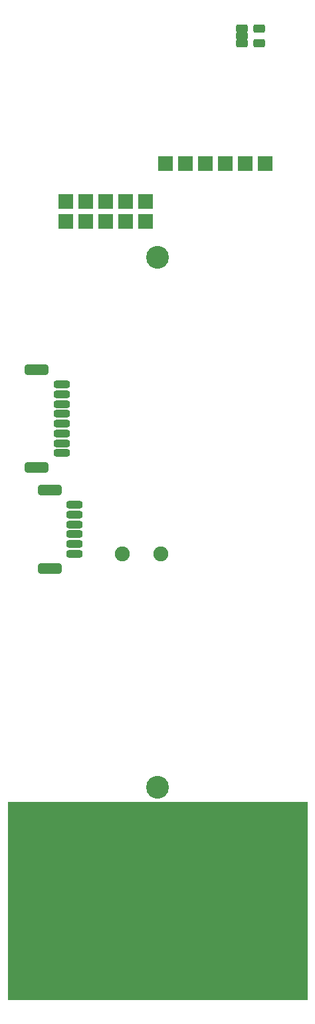
<source format=gbr>
%TF.GenerationSoftware,KiCad,Pcbnew,6.0.4-6f826c9f35~116~ubuntu20.04.1*%
%TF.CreationDate,2022-03-30T15:14:45+00:00*%
%TF.ProjectId,SPACEDOS02B_PCB01A,53504143-4544-44f5-9330-32425f504342,rev?*%
%TF.SameCoordinates,Original*%
%TF.FileFunction,Soldermask,Top*%
%TF.FilePolarity,Negative*%
%FSLAX46Y46*%
G04 Gerber Fmt 4.6, Leading zero omitted, Abs format (unit mm)*
G04 Created by KiCad (PCBNEW 6.0.4-6f826c9f35~116~ubuntu20.04.1) date 2022-03-30 15:14:45*
%MOMM*%
%LPD*%
G01*
G04 APERTURE LIST*
G04 Aperture macros list*
%AMRoundRect*
0 Rectangle with rounded corners*
0 $1 Rounding radius*
0 $2 $3 $4 $5 $6 $7 $8 $9 X,Y pos of 4 corners*
0 Add a 4 corners polygon primitive as box body*
4,1,4,$2,$3,$4,$5,$6,$7,$8,$9,$2,$3,0*
0 Add four circle primitives for the rounded corners*
1,1,$1+$1,$2,$3*
1,1,$1+$1,$4,$5*
1,1,$1+$1,$6,$7*
1,1,$1+$1,$8,$9*
0 Add four rect primitives between the rounded corners*
20,1,$1+$1,$2,$3,$4,$5,0*
20,1,$1+$1,$4,$5,$6,$7,0*
20,1,$1+$1,$6,$7,$8,$9,0*
20,1,$1+$1,$8,$9,$2,$3,0*%
G04 Aperture macros list end*
%ADD10C,0.100000*%
%ADD11RoundRect,0.200000X0.762000X-0.762000X0.762000X0.762000X-0.762000X0.762000X-0.762000X-0.762000X0*%
%ADD12C,2.900000*%
%ADD13RoundRect,0.200000X-0.762000X-0.762000X0.762000X-0.762000X0.762000X0.762000X-0.762000X0.762000X0*%
%ADD14C,1.924000*%
%ADD15RoundRect,0.350000X-0.700000X0.150000X-0.700000X-0.150000X0.700000X-0.150000X0.700000X0.150000X0*%
%ADD16RoundRect,0.450000X-1.100000X0.250000X-1.100000X-0.250000X1.100000X-0.250000X1.100000X0.250000X0*%
%ADD17RoundRect,0.200000X-0.530000X-0.325000X0.530000X-0.325000X0.530000X0.325000X-0.530000X0.325000X0*%
%ADD18C,1.900000*%
G04 APERTURE END LIST*
D10*
G36*
X38100000Y23000D02*
G01*
X0Y23000D01*
X0Y25169000D01*
X38100000Y25169000D01*
X38100000Y23000D01*
G37*
X38100000Y23000D02*
X0Y23000D01*
X0Y25169000D01*
X38100000Y25169000D01*
X38100000Y23000D01*
D11*
%TO.C,J19*%
X7366000Y99083000D03*
X7366000Y101623000D03*
%TD*%
%TO.C,J6*%
X9906000Y101623000D03*
%TD*%
%TO.C,J4*%
X12446000Y101623000D03*
%TD*%
%TO.C,J7*%
X9906000Y99083000D03*
%TD*%
%TO.C,J5*%
X12446000Y99083000D03*
%TD*%
D12*
%TO.C,BT1*%
X19050000Y94479000D03*
X19050000Y26979000D03*
%TD*%
D13*
%TO.C,J3*%
X14986000Y101623000D03*
X14986000Y99083000D03*
%TD*%
%TO.C,J2*%
X17526000Y101623000D03*
X17526000Y99083000D03*
%TD*%
D14*
%TO.C,D1*%
X8596000Y14715000D03*
X8596000Y9715000D03*
%TD*%
D15*
%TO.C,J14*%
X8504800Y62990400D03*
X8504800Y61740400D03*
X8504800Y60490400D03*
X8504800Y59240400D03*
X8504800Y57990400D03*
X8504800Y56740400D03*
D16*
X5304800Y64840400D03*
X5304800Y54890400D03*
%TD*%
D17*
%TO.C,U7*%
X29800000Y123650000D03*
X29800000Y122700000D03*
X29800000Y121750000D03*
X32000000Y121750000D03*
X32000000Y123650000D03*
%TD*%
D18*
%TO.C,Y1*%
X19468000Y56762000D03*
X14568000Y56762000D03*
%TD*%
D15*
%TO.C,J1*%
X6828400Y78312000D03*
X6828400Y77062000D03*
X6828400Y75812000D03*
X6828400Y74562000D03*
X6828400Y73312000D03*
X6828400Y72062000D03*
X6828400Y70812000D03*
X6828400Y69562000D03*
D16*
X3628400Y80162000D03*
X3628400Y67712000D03*
%TD*%
D13*
%TO.C,J9*%
X25146000Y106449000D03*
%TD*%
%TO.C,J10*%
X30226000Y106449000D03*
%TD*%
%TO.C,J11*%
X20066000Y106449000D03*
%TD*%
%TO.C,J12*%
X22606000Y106449000D03*
%TD*%
%TO.C,J13*%
X32766000Y106449000D03*
%TD*%
%TO.C,J8*%
X27686000Y106449000D03*
%TD*%
M02*

</source>
